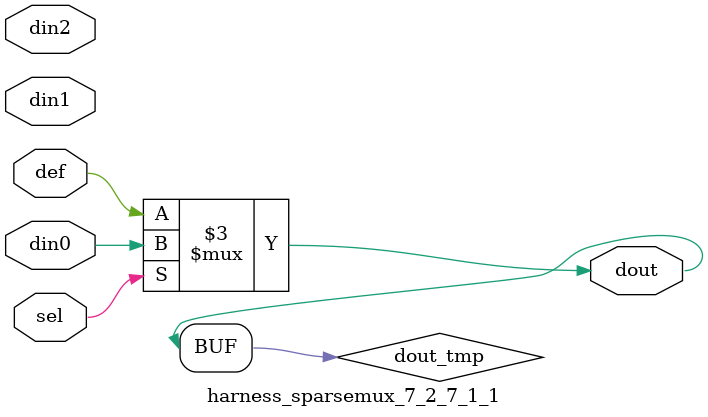
<source format=v>
`timescale 1ns / 1ps

module harness_sparsemux_7_2_7_1_1 (din0,din1,din2,def,sel,dout);

parameter din0_WIDTH = 1;

parameter din1_WIDTH = 1;

parameter din2_WIDTH = 1;

parameter def_WIDTH = 1;
parameter sel_WIDTH = 1;
parameter dout_WIDTH = 1;

parameter [sel_WIDTH-1:0] CASE0 = 1;

parameter [sel_WIDTH-1:0] CASE1 = 1;

parameter [sel_WIDTH-1:0] CASE2 = 1;

parameter ID = 1;
parameter NUM_STAGE = 1;



input [din0_WIDTH-1:0] din0;

input [din1_WIDTH-1:0] din1;

input [din2_WIDTH-1:0] din2;

input [def_WIDTH-1:0] def;
input [sel_WIDTH-1:0] sel;

output [dout_WIDTH-1:0] dout;



reg [dout_WIDTH-1:0] dout_tmp;


always @ (*) begin
(* parallel_case *) case (sel)
    
    CASE0 : dout_tmp = din0;
    
    CASE1 : dout_tmp = din1;
    
    CASE2 : dout_tmp = din2;
    
    default : dout_tmp = def;
endcase
end


assign dout = dout_tmp;



endmodule

</source>
